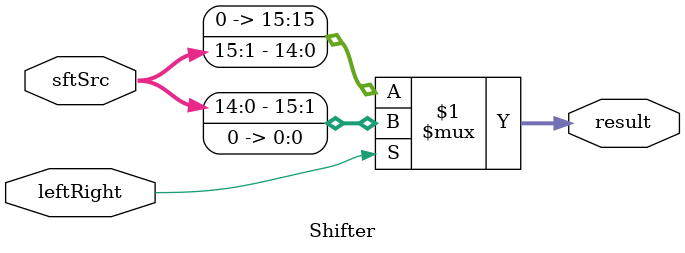
<source format=v>
module Shifter( result, leftRight, sftSrc );

//I/O ports
output	[16-1:0] result;

input			leftRight;
input	[16-1:0] sftSrc ;

//Internal Signals
wire	[16-1:0] result;

//Main function
/*your code here*/
assign result = (leftRight)? {sftSrc[14:0], 1'b0} : {1'b0, sftSrc[15:1]};
/*
if leftRight = 1, shift left;
else if leftRight = 0, shift right.
*/
endmodule

</source>
